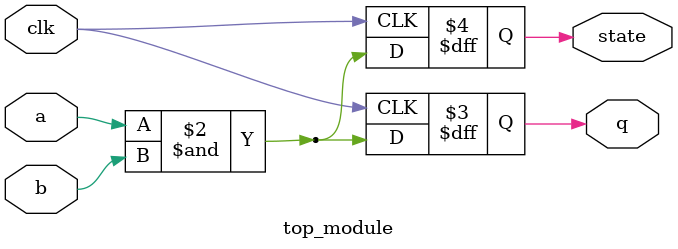
<source format=sv>
module top_module (
	input clk,
	input a,
	input b,
	output q,
	output state
);
reg q;
reg state;

always @(posedge clk) begin
    state = a & b;
    q <= state;
end

endmodule

</source>
